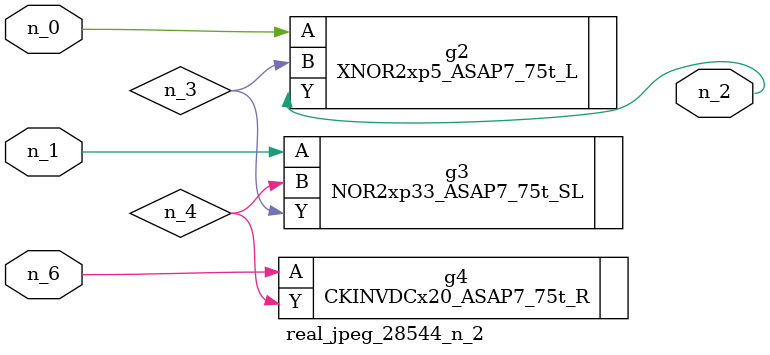
<source format=v>
module real_jpeg_28544_n_2 (n_6, n_1, n_0, n_2);

input n_6;
input n_1;
input n_0;

output n_2;

wire n_4;
wire n_3;

XNOR2xp5_ASAP7_75t_L g2 ( 
.A(n_0),
.B(n_3),
.Y(n_2)
);

NOR2xp33_ASAP7_75t_SL g3 ( 
.A(n_1),
.B(n_4),
.Y(n_3)
);

CKINVDCx20_ASAP7_75t_R g4 ( 
.A(n_6),
.Y(n_4)
);


endmodule
</source>
